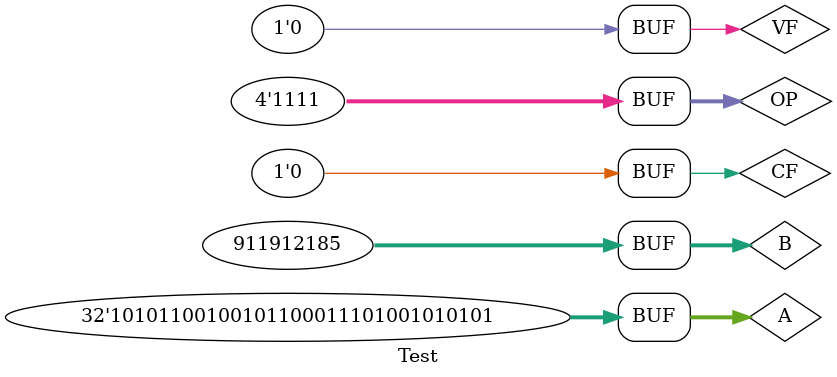
<source format=v>
`timescale 1ns / 1ps
module Test();
    reg [32:1] A,B,C,D;
    reg [4:1] OP;
    reg CF,VF;
    initial
    begin
        A=32'hac963a55; B=32'h365aacf9;
        //按位与
            OP=4'b0000; CF=1'b0; VF=1'b0; #50;
        //按位异或
            OP=4'b0001; CF=1'b0; VF=1'b0;; #50;
        //A-B
            OP=4'b0010; CF=1'b0; VF=1'b0; #50;
        //B-A*/
            OP=4'b0011; CF=1'b0; VF=1'b1; #50;
        //算术加运算
            OP=4'b0100; CF=1'b0; VF=1'b0; #50;
        //A+B+CF
            OP=4'b0101; CF=1'b1; VF=1'b0; #50;
        //A-B+CF-1
            OP=4'b0110; CF=1'b0; VF=1'b0; #50;
        //B-A+CF-1
            OP=4'b0111; CF=1'b1; VF=1'b0; #50;
        //F=A
            OP=4'b1000; CF=1'b1; VF=1'b1; #50;
        //A-B+4
            OP=4'b1010; CF=1'b0; VF=1'b0; #50;
        //A或B
            OP=4'b1100; CF=1'b0; VF=1'b0; #50;
        //F=B
            OP=4'b1101; CF=1'b0; VF=1'b1; #50;
        //A&(~B)
            OP=4'b1110; CF=1'b0; VF=1'b0; #50;
        //~B
            OP=4'b1111; CF=1'b0; VF=1'b0; #50;
    end
    wire [32:1] F;
    wire Shift_Carry_Out;
    reg [4:1] NZCF;
    ALU ALU_test(
        .ALU_OP(OP),
        .A(A),
        .B(B),
        .F(F),
        .VF(VF),
        .CF(CF),
        .Shift_Carry_Out(Shift_Carry_Out)
    );
    
endmodule


</source>
